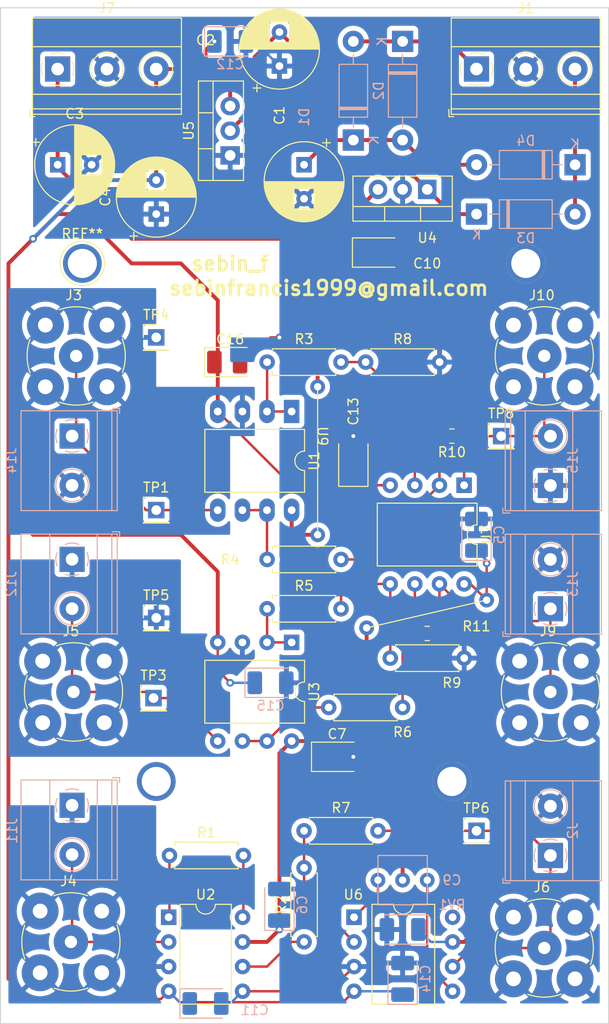
<source format=kicad_pcb>
(kicad_pcb (version 20211014) (generator pcbnew)
  (layers (0 "F.Cu" signal) (31 "B.Cu" signal) (34 "B.Paste" user) (35 "F.Paste" user) (36 "B.SilkS" user "B.Silkscreen") (37 "F.SilkS" user "F.Silkscreen") (38 "B.Mask" user) (39 "F.Mask" user) (44 "Edge.Cuts" user))
  (net 0 "")
  (net 1 "Net-(C1-Pad1)")
  (net 2 "GND")
  (net 3 "Net-(C2-Pad2)")
  (net 4 "+8V")
  (net 5 "-8V")
  (net 6 "Net-(D1-Pad2)")
  (net 7 "Net-(D3-Pad2)")
  (net 8 "Net-(J3-Pad1)")
  (net 9 "Net-(J3-Pad2)")
  (net 10 "Net-(R1-Pad1)")
  (net 11 "Net-(R1-Pad2)")
  (net 12 "Net-(R2-Pad1)")
  (net 13 "Net-(R2-Pad2)")
  (net 14 "Net-(R3-Pad1)")
  (net 15 "Net-(R3-Pad2)")
  (net 16 "Net-(R4-Pad1)")
  (net 17 "Net-(R10-Pad2)")
  (net 18 "Net-(R5-Pad1)")
  (net 19 "Net-(R5-Pad2)")
  (net 20 "Net-(R6-Pad1)")
  (net 21 "Net-(R11-Pad1)")
  (net 23 "Net-(J11-Pad2)")
  (net 24 "Net-(J11-Pad1)")
  (net 25 "Net-(J12-Pad2)")
  (net 26 "Net-(J12-Pad1)")
  (net 27 "Net-(J13-Pad1)")
  (net 28 "Net-(J2-Pad1)")
  (net 29 "Net-(U6-Pad1)")
  (net 30 "Net-(U6-Pad5)")
  (net 31 "Net-(J15-Pad2)")
  (footprint "TerminalBlock_Phoenix:TerminalBlock_Phoenix_MKDS-1,5-3-5.08_1x03_P5.08mm_Horizontal" (layer "F.Cu") (at 76.195 51.105)
    (fp_text reference "J7")
    (fp_text value "Screw_Terminal_01x03")
  )
  (footprint "Resistor_THT:R_Axial_DIN0207_L6.3mm_D2.5mm_P7.62mm_Horizontal" (layer "F.Cu") (at 101.6 129.54)
    (fp_text reference "R7")
    (fp_text value "R")
  )
  (footprint "Resistor_THT:R_Axial_DIN0207_L6.3mm_D2.5mm_P7.62mm_Horizontal" (layer "F.Cu") (at 104.14 116.84)
    (fp_text reference "R6")
    (fp_text value "R")
  )
  (footprint "Connector_Coaxial:BNC_TEConnectivity_1478204_Vertical" (layer "F.Cu") (at 77.825 115.24)
    (fp_text reference "J5")
    (fp_text value "Conn_Coaxial")
  )
  (footprint "Resistor_SMD:R_0805_2012Metric_Pad1.20x1.40mm_HandSolder" (layer "F.Cu") (at 114.3 109.22)
    (fp_text reference "R11")
    (fp_text value "R")
  )
  (footprint "Capacitor_THT:CP_Radial_D8.0mm_P3.50mm" (layer "F.Cu") (at 76.2 60.96)
    (fp_text reference "C3")
    (fp_text value "C_Polarized")
  )
  (footprint "Capacitor_THT:CP_Radial_D8.0mm_P3.50mm" (layer "F.Cu") (at 101.6 60.96 -90)
    (fp_text reference "C1")
    (fp_text value "C_Polarized")
  )
  (footprint "Jumper_wire:JumperWire5" (layer "F.Cu") (at 113 107.5 13)
    (fp_text reference "U8" hide)
    (fp_text value "JumperWire" hide)
  )
  (footprint "Connector_Coaxial:BNC_TEConnectivity_1478204_Vertical" (layer "F.Cu") (at 77.5615 140.98)
    (fp_text reference "J4")
    (fp_text value "Conn_Coaxial")
  )
  (footprint "Resistor_THT:R_Axial_DIN0207_L6.3mm_D2.5mm_P7.62mm_Horizontal" (layer "F.Cu") (at 97.79 106.68)
    (fp_text reference "R5")
    (fp_text value "R")
  )
  (footprint "Jumper_wire:JumperWire6" (layer "F.Cu") (at 103 88.9 -90)
    (fp_text reference "U9")
    (fp_text value "JumperWire" hide)
  )
  (footprint "Capacitor_THT:CP_Radial_D8.0mm_P3.50mm" (layer "F.Cu") (at 86.36 66.04 90)
    (fp_text reference "C4")
    (fp_text value "C_Polarized")
  )
  (footprint "Package_DIP:DIP-8_W10.16mm_LongPads" (layer "F.Cu") (at 100.32 86.365 -90)
    (fp_text reference "U1")
    (fp_text value "TL072")
  )
  (footprint "Capacitor_Tantalum_SMD:CP_EIA-3528-21_Kemet-B_Pad1.50x2.35mm_HandSolder" (layer "F.Cu") (at 105 121.92)
    (fp_text reference "C7")
    (fp_text value "C")
  )
  (footprint "Resistor_THT:R_Axial_DIN0207_L6.3mm_D2.5mm_P7.62mm_Horizontal" (layer "F.Cu") (at 110.49 111.76)
    (fp_text reference "R9")
    (fp_text value "R")
  )
  (footprint "Capacitor_Tantalum_SMD:CP_EIA-3528-21_Kemet-B_Pad1.50x2.35mm_HandSolder" (layer "F.Cu") (at 109.22 70)
    (fp_text reference "C10")
    (fp_text value "C")
  )
  (footprint "Connector_Coaxial:BNC_TEConnectivity_1478204_Vertical" (layer "F.Cu") (at 78.105 80.645)
    (fp_text reference "J3")
    (fp_text value "Conn_Coaxial")
  )
  (footprint "Package_DIP:DIP-8_W10.16mm" (layer "F.Cu") (at 106.7515 138.44)
    (fp_text reference "U6")
    (fp_text value "LF351N")
  )
  (footprint "" (layer "F.Cu") (at 86.36 124.46)
    (fp_text reference "")
    (fp_text value "")
  )
  (footprint "TerminalBlock_Phoenix:TerminalBlock_Phoenix_MKDS-1,5-3-5.08_1x03_P5.08mm_Horizontal" (layer "F.Cu") (at 119.375 51.105)
    (fp_text reference "J1")
    (fp_text value "Screw_Terminal_01x03")
  )
  (footprint "Capacitor_Tantalum_SMD:CP_EIA-3528-21_Kemet-B_Pad1.50x2.35mm_HandSolder" (layer "F.Cu") (at 106.68 91.44 90)
    (fp_text reference "C13")
    (fp_text value "C")
  )
  (footprint "Package_DIP:DIP-8_W10.16mm" (layer "F.Cu") (at 100.32 110.14 -90)
    (fp_text reference "U3")
    (fp_text value "TL072")
  )
  (footprint "Connector_PinHeader_2.54mm:PinHeader_1x01_P2.54mm_Vertical" (layer "F.Cu") (at 86.36 107.62)
    (fp_text reference "TP5")
    (fp_text value "TestPoint")
  )
  (footprint "Package_DIP:DIP-8_W10.16mm" (layer "F.Cu") (at 118.1 93.96 -90)
    (fp_text reference "U7")
    (fp_text value "TL072")
  )
  (footprint "Connector_PinHeader_2.54mm:PinHeader_1x01_P2.54mm_Vertical" (layer "F.Cu") (at 86.36 96.52)
    (fp_text reference "TP1")
    (fp_text value "TestPoint")
  )
  (footprint "Connector_Coaxial:BNC_TEConnectivity_1478204_Vertical" (layer "F.Cu") (at 127 115.24)
    (fp_text reference "J9")
    (fp_text value "Conn_Coaxial")
  )
  (footprint "Package_DIP:DIP-8_W7.62mm" (layer "F.Cu") (at 87.64 138.44)
    (fp_text reference "U2")
    (fp_text value "INA122")
  )
  (footprint "Resistor_SMD:R_0805_2012Metric_Pad1.20x1.40mm_HandSolder" (layer "F.Cu") (at 116.84 88.9 180)
    (fp_text reference "R10")
    (fp_text value "R")
  )
  (footprint "Connector_PinHeader_2.54mm:PinHeader_1x01_P2.54mm_Vertical" (layer "F.Cu") (at 86.36 78.74)
    (fp_text reference "TP4")
    (fp_text value "TestPoint")
  )
  (footprint "" (layer "F.Cu") (at 116.84 124.46)
    (fp_text reference "")
    (fp_text value "")
  )
  (footprint "Resistor_THT:R_Axial_DIN0207_L6.3mm_D2.5mm_P7.62mm_Horizontal" (layer "F.Cu") (at 87.7215 132.08)
    (fp_text reference "R1")
    (fp_text value "R")
  )
  (footprint "Package_TO_SOT_THT:TO-220-3_Vertical" (layer "F.Cu") (at 114.3 63.5 180)
    (fp_text reference "U4")
    (fp_text value "LM7808_TO220")
  )
  (footprint "Resistor_THT:R_Axial_DIN0207_L6.3mm_D2.5mm_P7.62mm_Horizontal" (layer "F.Cu") (at 97.79 101.6)
    (fp_text reference "R4")
    (fp_text value "R")
  )
  (footprint "Connector_PinHeader_2.54mm:PinHeader_1x01_P2.54mm_Vertical" (layer "F.Cu") (at 86.08 115.875)
    (fp_text reference "TP3")
    (fp_text value "TestPoint")
  )
  (footprint "Connector_Coaxial:BNC_TEConnectivity_1478204_Vertical" (layer "F.Cu") (at 126.365 80.645)
    (fp_text reference "J10")
    (fp_text value "Conn_Coaxial")
  )
  (footprint "Resistor_THT:R_Axial_DIN0207_L6.3mm_D2.5mm_P7.62mm_Horizontal" (layer "F.Cu") (at 97.79 81.28)
    (fp_text reference "R3")
    (fp_text value "R")
  )
  (footprint "Capacitor_Tantalum_SMD:CP_EIA-3528-21_Kemet-B_Pad1.50x2.35mm_HandSolder" (layer "F.Cu") (at 93.98 81.28)
    (fp_text reference "C16")
    (fp_text value "C")
  )
  (footprint "Connector_PinHeader_2.54mm:PinHeader_1x01_P2.54mm_Vertical" (layer "F.Cu") (at 119.38 129.54)
    (fp_text reference "TP6")
    (fp_text value "TestPoint")
  )
  (footprint "TestPoint:TestPoint_Plated_Hole_D3.0mm" (layer "F.Cu") (at 78.74 71.12)
    (fp_text reference "REF**")
    (fp_text value "TestPoint_Plated_Hole_D3.0mm" hide)
  )
  (footprint "" (layer "F.Cu") (at 124.46 71.12)
    (fp_text reference "")
    (fp_text value "")
  )
  (footprint "Resistor_THT:R_Axial_DIN0207_L6.3mm_D2.5mm_P7.62mm_Horizontal" (layer "F.Cu") (at 107.95 81.28)
    (fp_text reference "R8")
    (fp_text value "R")
  )
  (footprint "Connector_Coaxial:BNC_TEConnectivity_1478204_Vertical" (layer "F.Cu") (at 126.365 141.605)
    (fp_text reference "J6")
    (fp_text value "Conn_Coaxial")
  )
  (footprint "Resistor_THT:R_Axial_DIN0207_L6.3mm_D2.5mm_P7.62mm_Horizontal" (layer "F.Cu") (at 101.6 140.97 90)
    (fp_text reference "R2")
    (fp_text value "R")
  )
  (footprint "Package_TO_SOT_THT:TO-220-3_Vertical" (layer "F.Cu") (at 93.98 60 90)
    (fp_text reference "U5")
    (fp_text value "L7908")
  )
  (footprint "Connector_PinHeader_2.54mm:PinHeader_1x01_P2.54mm_Vertical" (layer "F.Cu") (at 121.92 88.9)
    (fp_text reference "TP8")
    (fp_text value "TestPoint")
  )
  (footprint "Capacitor_THT:CP_Radial_D8.0mm_P3.50mm" (layer "F.Cu") (at 99.06 50.8 90)
    (fp_text reference "C2")
    (fp_text value "C_Polarized")
  )
  (footprint "TerminalBlock_Phoenix:TerminalBlock_Phoenix_MKDS-1,5-2-5.08_1x02_P5.08mm_Horizontal" (layer "B.Cu") (at 77.68 101.59 -90)
    (fp_text reference "J12")
    (fp_text value "Screw_Terminal_01x02")
  )
  (footprint "sebin:trimpot" (layer "B.Cu") (at 111.76 134.62 180)
    (fp_text reference "RV1")
    (fp_text value "R_Potentiometer_Trim" hide)
  )
  (footprint "Diode_THT:D_DO-41_SOD81_P10.16mm_Horizontal" (layer "B.Cu") (at 106.68 58.42 90)
    (fp_text reference "D1")
    (fp_text value "1N4007")
  )
  (footprint "TerminalBlock_Phoenix:TerminalBlock_Phoenix_MKDS-1,5-2-5.08_1x02_P5.08mm_Horizontal" (layer "B.Cu") (at 77.68 88.89 -90)
    (fp_text reference "J14")
    (fp_text value "Screw_Terminal_01x02")
  )
  (footprint "TerminalBlock_Phoenix:TerminalBlock_Phoenix_MKDS-1,5-2-5.08_1x02_P5.08mm_Horizontal" (layer "B.Cu") (at 127 132.08 90)
    (fp_text reference "J2")
    (fp_text value "Screw_Terminal_01x02")
  )
  (footprint "Diode_THT:D_DO-41_SOD81_P10.16mm_Horizontal" (layer "B.Cu") (at 119.38 66.04)
    (fp_text reference "D3")
    (fp_text value "1N4007")
  )
  (footprint "TerminalBlock_Phoenix:TerminalBlock_Phoenix_MKDS-1,5-2-5.08_1x02_P5.08mm_Horizontal" (layer "B.Cu") (at 127 93.98 90)
    (fp_text reference "J15")
    (fp_text value "Screw_Terminal_01x02")
  )
  (footprint "Capacitor_Tantalum_SMD:CP_EIA-3528-21_Kemet-B_Pad1.50x2.35mm_HandSolder" (layer "B.Cu") (at 98.145 114.3)
    (fp_text reference "C15")
    (fp_text value "C")
  )
  (footprint "Diode_THT:D_DO-41_SOD81_P10.16mm_Horizontal" (layer "B.Cu") (at 129.54 60.96 180)
    (fp_text reference "D4")
    (fp_text value "1N4007")
  )
  (footprint "Capacitor_Tantalum_SMD:CP_EIA-3528-21_Kemet-B_Pad1.50x2.35mm_HandSolder" (layer "B.Cu") (at 93.98 48.26)
    (fp_text reference "C12")
    (fp_text value "C")
  )
  (footprint "Diode_THT:D_DO-41_SOD81_P10.16mm_Horizontal" (layer "B.Cu") (at 111.76 48.26 -90)
    (fp_text reference "D2")
    (fp_text value "1N4007")
  )
  (footprint "Capacitor_Tantalum_SMD:CP_EIA-3528-21_Kemet-B_Pad1.50x2.35mm_HandSolder" (layer "B.Cu") (at 91.44 147.32)
    (fp_text reference "C11")
    (fp_text value "C")
  )
  (footprint "Capacitor_Tantalum_SMD:CP_EIA-3528-21_Kemet-B_Pad1.50x2.35mm_HandSolder" (layer "B.Cu") (at 99.06 137.16 90)
    (fp_text reference "C6")
    (fp_text value "C")
  )
  (footprint "Capacitor_Tantalum_SMD:CP_EIA-3528-21_Kemet-B_Pad1.50x2.35mm_HandSolder" (layer "B.Cu") (at 119.38 99.06 90)
    (fp_text reference "C5")
    (fp_text value "C")
  )
  (footprint "Capacitor_Tantalum_SMD:CP_EIA-3528-21_Kemet-B_Pad1.50x2.35mm_HandSolder" (layer "B.Cu") (at 111.76 144.78 90)
    (fp_text reference "C14")
    (fp_text value "C")
  )
  (footprint "TerminalBlock_Phoenix:TerminalBlock_Phoenix_MKDS-1,5-2-5.08_1x02_P5.08mm_Horizontal" (layer "B.Cu") (at 77.68 126.9085 -90)
    (fp_text reference "J11")
    (fp_text value "Screw_Terminal_01x02")
  )
  (footprint "Capacitor_Tantalum_SMD:CP_EIA-3528-21_Kemet-B_Pad1.50x2.35mm_HandSolder" (layer "B.Cu") (at 111.76 139.7 180)
    (fp_text reference "C9")
    (fp_text value "C")
  )
  (footprint "TerminalBlock_Phoenix:TerminalBlock_Phoenix_MKDS-1,5-2-5.08_1x02_P5.08mm_Horizontal" (layer "B.Cu") (at 127 106.68 90)
    (fp_text reference "J13")
    (fp_text value "Screw_Terminal_01x02")
  )
  (gr_rect (start 70.3 44.8) (end 133 149.4) (layer "Edge.Cuts") (width 0.1) (fill none))
  (gr_text "sebinfrancis1999@gmail.com" (at 104.14 73.66) (layer "F.SilkS") (effects (font (size 1.5 1.5) (thickness 0.3))))
  (gr_text "sebin_f\n" (at 93.98 71.12) (layer "F.SilkS") (effects (font (size 1.5 1.5) (thickness 0.3))))
  (segment (start 106.68 58.42) (end 109.22 58.42) (width 0.4) (layer "F.Cu") (net 1))
  (segment (start 106.68 58.42) (end 104.14 58.42) (width 0.4) (layer "F.Cu") (net 1))
  (segment (start 104.14 58.42) (end 101.6 60.96) (width 0.4) (layer "F.Cu") (net 1))
  (segment (start 109.22 58.42) (end 114.3 63.5) (width 0.4) (layer "F.Cu") (net 1))
  (segment (start 116.84 66.04) (end 114.3 63.5) (width 0.4) (layer "F.Cu") (net 1))
  (segment (start 119.38 66.04) (end 116.84 66.04) (width 0.4) (layer "F.Cu") (net 1))
  (segment (start 111.76 69.085) (end 111.76 66.04) (width 0.25) (layer "F.Cu") (net 2))
  (segment (start 106.625 121.92) (end 106.68 121.92) (width 0.25) (layer "F.Cu") (net 2))
  (segment (start 104.2115 146.06) (end 106.7515 143.52) (width 0.25) (layer "F.Cu") (net 2))
  (segment (start 111.76 63.5) (end 111.76 66.04) (width 0.25) (layer "F.Cu") (net 2))
  (segment (start 95.605 81.28) (end 98.145 78.74) (width 0.25) (layer "F.Cu") (net 2))
  (segment (start 95.26 146.06) (end 104.2115 146.06) (width 0.25) (layer "F.Cu") (net 2))
  (segment (start 111.76 66.04) (end 111.76 67.665) (width 0.25) (layer "F.Cu") (net 2))
  (segment (start 106.68 89.815) (end 106.68 88.9) (width 0.25) (layer "F.Cu") (net 2))
  (segment (start 98.145 78.74) (end 99.06 78.74) (width 0.25) (layer "F.Cu") (net 2))
  (segment (start 110.845 70) (end 111.76 69.085) (width 0.25) (layer "F.Cu") (net 2))
  (via (at 99.06 78.74) (size 0.8) (drill 0.4) (layers "F.Cu" "B.Cu") (net 2))
  (via (at 106.68 88.9) (size 0.8) (drill 0.4) (layers "F.Cu" "B.Cu") (net 2))
  (via (at 106.68 121.92) (size 0.8) (drill 0.4) (layers "F.Cu" "B.Cu") (net 2))
  (segment (start 96.52 48.26) (end 99.06 50.8) (width 0.25) (layer "B.Cu") (net 2))
  (segment (start 95.605 48.26) (end 96.52 48.26) (width 0.25) (layer "B.Cu") (net 2))
  (segment (start 93.065 147.32) (end 94 147.32) (width 0.25) (layer "B.Cu") (net 2))
  (segment (start 94 147.32) (end 95.26 146.06) (width 0.25) (layer "B.Cu") (net 2))
  (segment (start 96.52 54.92) (end 96.52 53.34) (width 0.4) (layer "F.Cu") (net 3))
  (segment (start 111.76 58.42) (end 110.18 58.42) (width 0.4) (layer "F.Cu") (net 3))
  (segment (start 119.38 60.96) (end 114.3 60.96) (width 0.4) (layer "F.Cu") (net 3))
  (segment (start 93.98 57.46) (end 96.52 54.92) (width 0.4) (layer "F.Cu") (net 3))
  (segment (start 96.52 49.84) (end 99.06 47.3) (width 0.4) (layer "F.Cu") (net 3))
  (segment (start 96.52 53.34) (end 96.52 49.84) (width 0.4) (layer "F.Cu") (net 3))
  (segment (start 114.3 60.96) (end 111.76 58.42) (width 0.4) (layer "F.Cu") (net 3))
  (segment (start 110.18 58.42) (end 99.06 47.3) (width 0.4) (layer "F.Cu") (net 3))
  (segment (start 106.68 132.08) (end 103.22 128.62) (width 0.4) (layer "F.Cu") (net 4))
  (segment (start 101.6 68.58) (end 103 69.98) (width 0.4) (layer "F.Cu") (net 4))
  (segment (start 100.32 100.34) (end 100.32 105.4) (width 0.4) (layer "F.Cu") (net 4))
  (segment (start 78.905 63.9) (end 79.14 63.9) (width 0.4) (layer "F.Cu") (net 4))
  (segment (start 111.76 134.62) (end 111.76 132.08) (width 0.4) (layer "F.Cu") (net 4))
  (segment (start 100.325 96.52) (end 100.32 96.525) (width 0.25) (layer "F.Cu") (net 4))
  (segment (start 120.4247 105.785873) (end 120.4247 101.7297) (width 0.25) (layer "F.Cu") (net 4))
  (segment (start 119.38 139.7) (end 119.38 134.62) (width 0.4) (layer "F.Cu") (net 4))
  (segment (start 103 99.06) (end 101.6 99.06) (width 0.4) (layer "F.Cu") (net 4))
  (segment (start 108.0502 110.3898) (end 108.0502 108.642751) (width 0.4) (layer "F.Cu") (net 4))
  (segment (start 107.595 68.58) (end 106.68 68.58) (width 0.25) (layer "F.Cu") (net 4))
  (segment (start 101.6 106.68) (end 106.68 111.76) (width 0.4) (layer "F.Cu") (net 4))
  (segment (start 76.195 51.105) (end 76.195 60.955) (width 0.4) (layer "F.Cu") (net 4))
  (segment (start 76.195 60.955) (end 76.2 60.96) (width 0.4) (layer "F.Cu") (net 4))
  (segment (start 104.14 119.38) (end 106.68 116.84) (width 0.4) (layer "F.Cu") (net 4))
  (segment (start 107.595 69.495) (end 106.68 68.58) (width 0.25) (layer "F.Cu") (net 4))
  (segment (start 106.68 68.58) (end 104.14 68.58) (width 0.25) (layer "F.Cu") (net 4))
  (segment (start 99.06 139.7) (end 99.06 121.56) (width 0.4) (layer "F.Cu") (net 4))
  (segment (start 108.0502 110.3898) (end 106.68 111.76) (width 0.4) (layer "F.Cu") (net 4))
  (segment (start 118.758827 104.12) (end 118.1 104.12) (width 0.25) (layer "F.Cu") (net 4))
  (segment (start 95.26 140.98) (end 97.78 140.98) (width 0.4) (layer "F.Cu") (net 4))
  (segment (start 103.22 120.3) (end 104.14 119.38) (width 0.4) (layer "F.Cu") (net 4))
  (segment (start 97.78 140.98) (end 99.06 139.7) (width 0.4) (layer "F.Cu") (net 4))
  (segment (start 100.32 120.3) (end 103.22 120.3) (width 0.4) (layer "F.Cu") (net 4))
  (segment (start 103.22 128.62) (end 103.22 120.3) (width 0.4) (layer "F.Cu") (net 4))
  (segment (start 111.76 132.08) (end 106.68 132.08) (width 0.4) (layer "F.Cu") (net 4))
  (segment (start 103 69.72) (end 109.22 63.5) (width 0.4) (layer "F.Cu") (net 4))
  (segment (start 79.14 63.9) (end 83.82 68.58) (width 0.4) (layer "F.Cu") (net 4))
  (segment (start 100.32 96.525) (end 100.32 100.34) (width 0.4) (layer "F.Cu") (net 4))
  (segment (start 101.6 99.06) (end 100.32 100.34) (width 0.4) (layer "F.Cu") (net 4))
  (segment (start 103 69.98) (end 103 69.72) (width 0.4) (layer "F.Cu") (net 4))
  (segment (start 76.2 60.96) (end 76.2 61.195) (width 0.4) (layer "F.Cu") (net 4))
  (segment (start 103 69.98) (end 103 83.82) (width 0.4) (layer "F.Cu") (net 4))
  (segment (start 106.68 111.76) (end 106.68 114.3) (width 0.4) (layer "F.Cu") (net 4))
  (segment (start 116.9115 140.98) (end 118.1 140.98) (width 0.4) (layer "F.Cu") (net 4))
  (segment (start 120.4247 105.785873) (end 118.758827 104.12) (width 0.25) (layer "F.Cu") (net 4))
  (segment (start 99.06 121.56) (end 100.32 120.3) (width 0.4) (layer "F.Cu") (net 4))
  (segment (start 107.595 70) (end 107.595 69.495) (width 0.25) (layer "F.Cu") (net 4))
  (segment (start 104.14 68.58) (end 103 69.72) (width 0.25) (layer "F.Cu") (net 4))
  (segment (start 83.82 68.58) (end 101.6 68.58) (width 0.4) (layer "F.Cu") (net 4))
  (segment (start 116.84 132.08) (end 111.76 132.08) (width 0.4) (layer "F.Cu") (net 4))
  (segment (start 106.68 116.84) (end 106.68 114.3) (width 0.4) (layer "F.Cu") (net 4))
  (segment (start 76.2 61.195) (end 78.905 63.9) (width 0.4) (layer "F.Cu") (net 4))
  (segment (start 100.32 105.4) (end 101.6 106.68) (width 0.4) (layer "F.Cu") (net 4))
  (segment (start 119.38 134.62) (end 116.84 132.08) (width 0.4) (layer "F.Cu") (net 4))
  (segment (start 118.1 140.98) (end 119.38 139.7) (width 0.4) (layer "F.Cu") (net 4))
  (via (at 99.06 139.7) (size 0.8) (drill 0.4) (layers "F.Cu" "B.Cu") (net 4))
  (via (at 120.4247 102) (size 0.8) (drill 0.4) (layers "F.Cu" "B.Cu") (net 4))
  (segment (start 114.665 140.98) (end 116.9115 140.98) (width 0.25) (layer "B.Cu") (net 4))
  (segment (start 99.06 138.785) (end 99.06 139.7) (width 0.25) (layer "B.Cu") (net 4))
  (segment (start 113.385 139.7) (end 114.665 140.98) (width 0.25) (layer "B.Cu") (net 4))
  (segment (start 120.4247 101.7297) (end 119.38 100.685) (width 0.25) (layer "B.Cu") (net 4))
  (segment (start 91.44 73.66) (end 88.9 71.12) (width 0.4) (layer "F.Cu") (net 5))
  (segment (start 91.44 49.175) (end 91.44 50.8) (width 0.4) (layer "F.Cu") (net 5))
  (segment (start 73.199999 146.859999) (end 71.12 144.78) (width 0.25) (layer "F.Cu") (net 5))
  (segment (start 93.98 114.3) (end 92.7 113.02) (width 0.25) (layer "F.Cu") (net 5))
  (segment (start 76.2 66.04) (end 73.66 68.58) (width 0.4) (layer "F.Cu") (net 5))
  (segment (start 93.98 54.92) (end 93.98 53.34) (width 0.4) (layer "F.Cu") (net 5))
  (segment (start 110.48 93.96) (end 100.295 93.96) (width 0.25) (layer "F.Cu") (net 5))
  (segment (start 92.355 48.26) (end 91.44 49.175) (width 0.4) (layer "F.Cu") (net 5))
  (segment (start 91.745 51.105) (end 93.98 53.34) (width 0.4) (layer "F.Cu") (net 5))
  (segment (start 110.48 93.96) (end 107.575 93.96) (width 0.25) (layer "F.Cu") (net 5))
  (segment (start 92.7 102.86) (end 92.7 110.14) (width 0.4) (layer "F.Cu") (net 5))
  (segment (start 88.9 99.06) (end 92.7 102.86) (width 0.4) (layer "F.Cu") (net 5))
  (segment (start 88.9 71.12) (end 83.82 71.12) (width 0.4) (layer "F.Cu") (net 5))
  (segment (start 86.355 51.105) (end 91.745 51.105) (width 0.4) (layer "F.Cu") (net 5))
  (segment (start 92.7 113.02) (end 92.7 110.14) (width 0.25) (layer "F.Cu") (net 5))
  (segment (start 91.44 50.8) (end 91.745 51.105) (width 0.4) (layer "F.Cu") (net 5))
  (segment (start 71.12 96.52) (end 73.66 99.06) (width 0.4) (layer "F.Cu") (net 5))
  (segment (start 106.7515 146.06) (end 105.6265 147.185) (width 0.25) (layer "F.Cu") (net 5))
  (segment (start 73.66 99.06) (end 88.9 99.06) (width 0.4) (layer "F.Cu") (net 5))
  (segment (start 88.765 147.185) (end 87.64 146.06) (width 0.25) (layer "F.Cu") (net 5))
  (segment (start 107.575 93.96) (end 106.68 93.065) (width 0.25) (layer "F.Cu") (net 5))
  (segment (start 92.7 74.92) (end 91.44 73.66) (width 0.4) (layer "F.Cu") (net 5))
  (segment (start 83.82 71.12) (end 78.74 66.04) (width 0.4) (layer "F.Cu") (net 5))
  (segment (start 71.12 144.78) (end 71.12 96.52) (width 0.4) (layer "F.Cu") (net 5))
  (segment (start 87.64 146.06) (end 86.840001 146.859999) (width 0.25) (layer "F.Cu") (net 5))
  (segment (start 71.12 96.52) (end 71.12 71.12) (width 0.4) (layer "F.Cu") (net 5))
  (segment (start 78.74 66.04) (end 76.2 66.04) (width 0.4) (layer "F.Cu") (net 5))
  (segment (start 71.12 71.12) (end 73.66 68.58) (width 0.4) (layer "F.Cu") (net 5))
  (segment (start 105.6265 147.185) (end 88.765 147.185) (width 0.25) (layer "F.Cu") (net 5))
  (segment (start 92.7 86.365) (end 92.7 74.92) (width 0.4) (layer "F.Cu") (net 5))
  (segment (start 86.355 51.105) (end 86.355 62.535) (width 0.4) (layer "F.Cu") (net 5))
  (segment (start 86.355 62.535) (end 86.36 62.54) (width 0.4) (layer "F.Cu") (net 5))
  (segment (start 100.295 93.96) (end 92.7 86.365) (width 0.25) (layer "F.Cu") (net 5))
  (segment (start 86.840001 146.859999) (end 73.199999 146.859999) (width 0.25) (layer "F.Cu") (net 5))
  (via (at 93.98 114.3) (size 0.8) (drill 0.4) (layers "F.Cu" "B.Cu") (net 5))
  (via (at 92.355 48.26) (size 0.8) (drill 0.4) (layers "F.Cu" "B.Cu") (net 5))
  (via (at 73.66 68.58) (size 0.8) (drill 0.4) (layers "F.Cu" "B.Cu") (net 5))
  (segment (start 111.415 146.06) (end 106.7515 146.06) (width 0.25) (layer "B.Cu") (net 5))
  (segment (start 89.815 147.32) (end 88.9 147.32) (width 0.25) (layer "B.Cu") (net 5))
  (segment (start 79.7 62.54) (end 73.66 68.58) (width 0.4) (layer "B.Cu") (net 5))
  (segment (start 96.52 114.3) (end 93.98 114.3) (width 0.25) (layer "B.Cu") (net 5))
  (segment (start 111.76 146.405) (end 111.415 146.06) (width 0.25) (layer "B.Cu") (net 5))
  (segment (start 86.36 62.54) (end 79.7 62.54) (width 0.4) (layer "B.Cu") (net 5))
  (segment (start 88.9 147.32) (end 87.64 146.06) (width 0.25) (layer "B.Cu") (net 5))
  (segment (start 116.53 48.26) (end 119.375 51.105) (width 0.4) (layer "F.Cu") (net 6))
  (segment (start 106.68 48.26) (end 111.76 48.26) (width 0.4) (layer "F.Cu") (net 6))
  (segment (start 111.76 48.26) (end 116.53 48.26) (width 0.4) (layer "F.Cu") (net 6))
  (segment (start 129.535 51.105) (end 129.535 66.035) (width 0.4) (layer "F.Cu") (net 7))
  (segment (start 129.535 66.035) (end 129.54 66.04) (width 0.4) (layer "F.Cu") (net 7))
  (segment (start 85.31 96.52) (end 86.36 96.52) (width 0.25) (layer "F.Cu") (net 8))
  (segment (start 92.695 96.52) (end 92.7 96.525) (width 0.25) (layer "F.Cu") (net 8))
  (segment (start 78.105 88.465) (end 77.68 88.89) (width 0.25) (layer "F.Cu") (net 8))
  (segment (start 78.105 80.645) (end 78.105 88.465) (width 0.25) (layer "F.Cu") (net 8))
  (segment (start 86.36 96.52) (end 92.695 96.52) (width 0.25) (layer "F.Cu") (net 8))
  (segment (start 77.68 88.89) (end 85.31 96.52) (width 0.25) (layer "F.Cu") (net 8))
  (segment (start 87.7215 132.08) (end 87.7215 138.3585) (width 0.25) (layer "F.Cu") (net 10))
  (segment (start 87.7215 138.3585) (end 87.64 138.44) (width 0.25) (layer "F.Cu") (net 10))
  (segment (start 95.3415 132.08) (end 95.3415 138.3585) (width 0.25) (layer "F.Cu") (net 11))
  (segment (start 95.3415 138.3585) (end 95.26 138.44) (width 0.25) (layer "F.Cu") (net 11))
  (segment (start 100.33 140.97) (end 101.6 140.97) (width 0.25) (layer "F.Cu") (net 12))
  (segment (start 97.78 143.52) (end 100.33 140.97) (width 0.25) (layer "F.Cu") (net 12))
  (segment (start 95.26 143.52) (end 97.78 143.52) (width 0.25) (layer "F.Cu") (net 12))
  (segment (start 101.6 135.8285) (end 106.7515 140.98) (width 0.25) (layer "F.Cu") (net 13))
  (segment (start 101.6 133.35) (end 101.6 135.8285) (width 0.25) (layer "F.Cu") (net 13))
  (segment (start 101.6 129.54) (end 101.6 133.35) (width 0.25) (layer "F.Cu") (net 13))
  (segment (start 100.32 86.365) (end 97.78 86.365) (width 0.25) (layer "F.Cu") (net 14))
  (segment (start 97.79 81.28) (end 97.79 86.355) (width 0.25) (layer "F.Cu") (net 14))
  (segment (start 97.79 86.355) (end 97.78 86.365) (width 0.25) (layer "F.Cu") (net 14))
  (segment (start 113.02 93.96) (end 113.02 86.35) (width 0.25) (layer "F.Cu") (net 15))
  (segment (start 113.02 86.35) (end 107.95 81.28) (width 0.25) (layer "F.Cu") (net 15))
  (segment (start 107.95 81.28) (end 105.41 81.28) (width 0.25) (layer "F.Cu") (net 15))
  (segment (start 97.78 96.525) (end 97.78 101.59) (width 0.25) (layer "F.Cu") (net 16))
  (segment (start 97.78 101.59) (end 97.79 101.6) (width 0.25) (layer "F.Cu") (net 16))
  (segment (start 95.24 96.525) (end 97.78 96.525) (width 0.25) (layer "F.Cu") (net 16))
  (segment (start 115.56 89.18) (end 115.84 88.9) (width 0.25) (layer "F.Cu") (net 17))
  (segment (start 107.92 101.6) (end 115.56 93.96) (width 0.25) (layer "F.Cu") (net 17))
  (segment (start 115.56 93.96) (end 115.56 89.18) (width 0.25) (layer "F.Cu") (net 17))
  (segment (start 105.41 101.6) (end 107.92 101.6) (width 0.25) (layer "F.Cu") (net 17))
  (segment (start 100.32 110.14) (end 97.78 110.14) (width 0.25) (layer "F.Cu") (net 18))
  (segment (start 97.79 106.68) (end 97.79 110.13) (width 0.25) (layer "F.Cu") (net 18))
  (segment (start 97.79 110.13) (end 97.78 110.14) (width 0.25) (layer "F.Cu") (net 18))
  (segment (start 110.49 104.13) (end 110.48 104.12) (width 0.25) (layer "F.Cu") (net 19))
  (segment (start 105.41 106.68) (end 105.41 105.41) (width 0.25) (layer "F.Cu") (net 19))
  (segment (start 106.7 104.12) (end 110.48 104.12) (width 0.25) (layer "F.Cu") (net 19))
  (segment (start 105.41 105.41) (end 106.7 104.12) (width 0.25) (layer "F.Cu") (net 19))
  (segment (start 110.49 111.76) (end 110.49 104.13) (width 0.25) (layer "F.Cu") (net 19))
  (segment (start 97.78 120.3) (end 95.24 120.3) (width 0.25) (layer "F.Cu") (net 20))
  (segment (start 97.78 120.3) (end 101.24 116.84) (width 0.25) (layer "F.Cu") (net 20))
  (segment (start 101.24 116.84) (end 104.14 116.84) (width 0.25) (layer "F.Cu") (net 20))
  (segment (start 113.02 108.94) (end 113.3 109.22) (width 0.25) (layer "F.Cu") (net 21))
  (segment (start 113.02 104.12) (end 113.02 108.94) (width 0.25) (layer "F.Cu") (net 21))
  (segment (start 111.76 110.76) (end 111.76 116.84) (width 0.25) (layer "F.Cu") (net 21))
  (segment (start 113.3 109.22) (end 111.76 110.76) (width 0.25) (layer "F.Cu") (net 21))
  (segment (start 87.64 140.98) (end 77.5615 140.98) (width 0.25) (layer "F.Cu") (net 23))
  (segment (start 77.68 131.9885) (end 77.68 140.8615) (width 0.25) (layer "F.Cu") (net 23))
  (segment (start 77.68 140.8615) (end 77.5615 140.98) (width 0.25) (layer "F.Cu") (net 23))
  (segment (start 86.08 115.875) (end 88.275 115.875) (width 0.25) (layer "F.Cu") (net 25))
  (segment (start 88.275 115.875) (end 92.7 120.3) (width 0.25) (layer "F.Cu") (net 25))
  (segment (start 77.68 106.67) (end 77.68 115.095) (width 0.25) (layer "F.Cu") (net 25))
  (segment (start 77.825 115.24) (end 85.445 115.24) (width 0.25) (layer "F.Cu") (net 25))
  (segment (start 77.68 115.095) (end 77.825 115.24) (width 0.25) (layer "F.Cu") (net 25))
  (segment (start 85.445 115.24) (end 86.08 115.875) (width 0.25) (layer "F.Cu") (net 25))
  (segment (start 115.3 109.22) (end 115.56 108.96) (width 0.25) (layer "F.Cu") (net 27))
  (segment (start 125.74 107.94) (end 127 106.68) (width 0.25) (layer "F.Cu") (net 27))
  (segment (start 119.38 107.94) (end 125.74 107.94) (width 0.25) (layer "F.Cu") (net 27))
  (segment (start 127 106.68) (end 127 115.24) (width 0.25) (layer "F.Cu") (net 27))
  (segment (start 115.56 108.96) (end 115.56 104.12) (width 0.25) (layer "F.Cu") (net 27))
  (segment (start 115.56 104.12) (end 119.38 107.94) (width 0.25) (layer "F.Cu") (net 27))
  (segment (start 127 132.08) (end 127 140.97) (width 0.25) (layer "F.Cu") (net 28))
  (segment (start 109.22 129.54) (end 116.84 129.54) (width 0.25) (layer "F.Cu") (net 28))
  (segment (start 116.9115 143.52) (end 118.8265 141.605) (width 0.25) (layer "F.Cu") (net 28))
  (segment (start 127 140.97) (end 126.365 141.605) (width 0.25) (layer "F.Cu") (net 28))
  (segment (start 124.46 129.54) (end 127 132.08) (width 0.25) (layer "F.Cu") (net 28))
  (segment (start 118.8265 141.605) (end 126.365 141.605) (width 0.25) (layer "F.Cu") (net 28))
  (segment (start 116.84 129.54) (end 124.46 129.54) (width 0.25) (layer "F.Cu") (net 28))
  (segment (start 109.22 135.9715) (end 106.7515 138.44) (width 0.25) (layer "F.Cu") (net 29))
  (segment (start 109.22 134.62) (end 109.22 135.9715) (width 0.25) (layer "F.Cu") (net 29))
  (segment (start 114.3 143.4485) (end 116.9115 146.06) (width 0.25) (layer "F.Cu") (net 30))
  (segment (start 114.3 134.62) (end 114.3 143.4485) (width 0.25) (layer "F.Cu") (net 30))
  (segment (start 117.84 88.9) (end 127 88.9) (width 0.25) (layer "F.Cu") (net 31))
  (segment (start 126.365 88.265) (end 127 88.9) (width 0.25) (layer "F.Cu") (net 31))
  (segment (start 126.365 80.645) (end 126.365 88.265) (width 0.25) (layer "F.Cu") (net 31))
  (segment (start 118.1 89.16) (end 118.1 93.96) (width 0.25) (layer "F.Cu") (net 31))
  (segment (start 117.84 88.9) (end 118.1 89.16) (width 0.25) (layer "F.Cu") (net 31))
  (zone (net 26) (net_name "Net-(J12-Pad1)") (layer "B.Cu") (connect_pads (clearance 0.508)) (min_thickness 0.254) (fill yes (thermal_gap 0.508) (thermal_bridge_width 0.508))
    (polygon (pts (xy 88.9 109.22) (xy 96.52 109.22) (xy 96.52 111.76) (xy 93.98 114.3) (xy 93.98 121.92) (xy 71.12 121.92) (xy 71.12 101.6) (xy 88.9 101.6)))
  )
  (zone (net 24) (net_name "Net-(J11-Pad1)") (layer "B.Cu") (connect_pads (clearance 0.508)) (min_thickness 0.254) (fill yes (thermal_gap 0.508) (thermal_bridge_width 0.508))
    (polygon (pts (xy 86.36 132.08) (xy 96.52 132.08) (xy 96.52 139.7) (xy 88.9 139.7) (xy 88.9 147.32) (xy 71.12 147.32) (xy 71.12 126.9085) (xy 86.36 126.9085)))
  )
  (zone (net 2) (net_name "GND") (layer "B.Cu") (connect_pads (clearance 0.508)) (min_thickness 0.254) (fill yes (thermal_gap 0.508) (thermal_bridge_width 0.508))
    (polygon (pts (xy 101.6 81.28) (xy 93.98 81.28) (xy 93.98 78.74) (xy 101.6 78.74)))
  )
  (zone (net 9) (net_name "Net-(J3-Pad2)") (layer "B.Cu") (connect_pads (clearance 0.508)) (min_thickness 0.254) (fill yes (thermal_gap 0.508) (thermal_bridge_width 0.508))
    (polygon (pts (xy 86.36 83.82) (xy 96.52 83.82) (xy 96.52 88.9) (xy 93.98 88.9) (xy 93.98 99.06) (xy 71.12 99.06) (xy 71.12 73.66) (xy 86.36 73.66)))
  )
  (zone (net 2) (net_name "GND") (layer "B.Cu") (connect_pads (clearance 0.508)) (min_thickness 0.254) (fill yes (thermal_gap 0.508) (thermal_bridge_width 0.508))
    (polygon (pts (xy 132.08 147.32) (xy 99.06 147.32) (xy 99.06 68.58) (xy 132.08 68.58)))
  )
  (zone (net 2) (net_name "GND") (layer "B.Cu") (connect_pads (clearance 0.508)) (min_thickness 0.254) (fill yes (thermal_gap 0.508) (thermal_bridge_width 0.508))
    (polygon (pts (xy 132.08 68.58) (xy 73.66 68.58) (xy 73.66 45.72) (xy 132.08 45.72)))
  )
)
</source>
